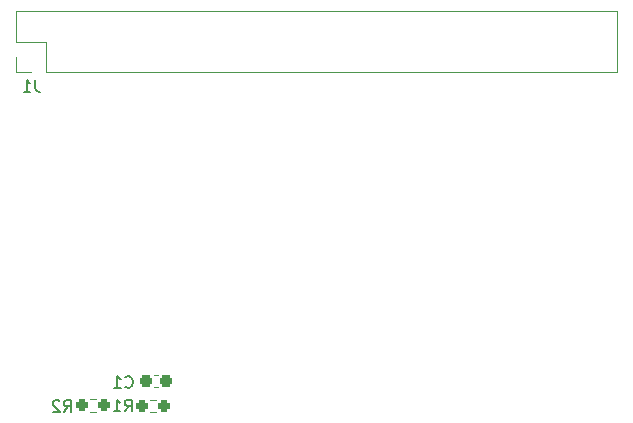
<source format=gbo>
G04 #@! TF.GenerationSoftware,KiCad,Pcbnew,6.0.7*
G04 #@! TF.CreationDate,2022-09-24T12:03:36-05:00*
G04 #@! TF.ProjectId,pi-hat,70692d68-6174-42e6-9b69-6361645f7063,rev?*
G04 #@! TF.SameCoordinates,Original*
G04 #@! TF.FileFunction,Legend,Bot*
G04 #@! TF.FilePolarity,Positive*
%FSLAX46Y46*%
G04 Gerber Fmt 4.6, Leading zero omitted, Abs format (unit mm)*
G04 Created by KiCad (PCBNEW 6.0.7) date 2022-09-24 12:03:36*
%MOMM*%
%LPD*%
G01*
G04 APERTURE LIST*
G04 Aperture macros list*
%AMRoundRect*
0 Rectangle with rounded corners*
0 $1 Rounding radius*
0 $2 $3 $4 $5 $6 $7 $8 $9 X,Y pos of 4 corners*
0 Add a 4 corners polygon primitive as box body*
4,1,4,$2,$3,$4,$5,$6,$7,$8,$9,$2,$3,0*
0 Add four circle primitives for the rounded corners*
1,1,$1+$1,$2,$3*
1,1,$1+$1,$4,$5*
1,1,$1+$1,$6,$7*
1,1,$1+$1,$8,$9*
0 Add four rect primitives between the rounded corners*
20,1,$1+$1,$2,$3,$4,$5,0*
20,1,$1+$1,$4,$5,$6,$7,0*
20,1,$1+$1,$6,$7,$8,$9,0*
20,1,$1+$1,$8,$9,$2,$3,0*%
G04 Aperture macros list end*
%ADD10C,0.150000*%
%ADD11C,0.120000*%
%ADD12C,2.700000*%
%ADD13C,3.200000*%
%ADD14R,1.500000X1.500000*%
%ADD15C,1.500000*%
%ADD16C,3.000000*%
%ADD17RoundRect,0.250001X0.499999X0.499999X-0.499999X0.499999X-0.499999X-0.499999X0.499999X-0.499999X0*%
%ADD18R,1.600000X2.400000*%
%ADD19O,1.600000X2.400000*%
%ADD20R,1.700000X1.700000*%
%ADD21O,1.700000X1.700000*%
%ADD22RoundRect,0.237500X-0.300000X-0.237500X0.300000X-0.237500X0.300000X0.237500X-0.300000X0.237500X0*%
%ADD23RoundRect,0.237500X0.250000X0.237500X-0.250000X0.237500X-0.250000X-0.237500X0.250000X-0.237500X0*%
G04 APERTURE END LIST*
D10*
X108703333Y-50722380D02*
X108703333Y-51436666D01*
X108750952Y-51579523D01*
X108846190Y-51674761D01*
X108989047Y-51722380D01*
X109084285Y-51722380D01*
X107703333Y-51722380D02*
X108274761Y-51722380D01*
X107989047Y-51722380D02*
X107989047Y-50722380D01*
X108084285Y-50865238D01*
X108179523Y-50960476D01*
X108274761Y-51008095D01*
X116316666Y-76707142D02*
X116364285Y-76754761D01*
X116507142Y-76802380D01*
X116602380Y-76802380D01*
X116745238Y-76754761D01*
X116840476Y-76659523D01*
X116888095Y-76564285D01*
X116935714Y-76373809D01*
X116935714Y-76230952D01*
X116888095Y-76040476D01*
X116840476Y-75945238D01*
X116745238Y-75850000D01*
X116602380Y-75802380D01*
X116507142Y-75802380D01*
X116364285Y-75850000D01*
X116316666Y-75897619D01*
X115364285Y-76802380D02*
X115935714Y-76802380D01*
X115650000Y-76802380D02*
X115650000Y-75802380D01*
X115745238Y-75945238D01*
X115840476Y-76040476D01*
X115935714Y-76088095D01*
X111116666Y-78852380D02*
X111450000Y-78376190D01*
X111688095Y-78852380D02*
X111688095Y-77852380D01*
X111307142Y-77852380D01*
X111211904Y-77900000D01*
X111164285Y-77947619D01*
X111116666Y-78042857D01*
X111116666Y-78185714D01*
X111164285Y-78280952D01*
X111211904Y-78328571D01*
X111307142Y-78376190D01*
X111688095Y-78376190D01*
X110735714Y-77947619D02*
X110688095Y-77900000D01*
X110592857Y-77852380D01*
X110354761Y-77852380D01*
X110259523Y-77900000D01*
X110211904Y-77947619D01*
X110164285Y-78042857D01*
X110164285Y-78138095D01*
X110211904Y-78280952D01*
X110783333Y-78852380D01*
X110164285Y-78852380D01*
X116266666Y-78802380D02*
X116600000Y-78326190D01*
X116838095Y-78802380D02*
X116838095Y-77802380D01*
X116457142Y-77802380D01*
X116361904Y-77850000D01*
X116314285Y-77897619D01*
X116266666Y-77992857D01*
X116266666Y-78135714D01*
X116314285Y-78230952D01*
X116361904Y-78278571D01*
X116457142Y-78326190D01*
X116838095Y-78326190D01*
X115314285Y-78802380D02*
X115885714Y-78802380D01*
X115600000Y-78802380D02*
X115600000Y-77802380D01*
X115695238Y-77945238D01*
X115790476Y-78040476D01*
X115885714Y-78088095D01*
D11*
X109640000Y-50100000D02*
X157960000Y-50100000D01*
X109640000Y-47500000D02*
X109640000Y-50100000D01*
X107040000Y-44900000D02*
X157960000Y-44900000D01*
X157960000Y-44900000D02*
X157960000Y-50100000D01*
X107040000Y-48770000D02*
X107040000Y-50100000D01*
X107040000Y-44900000D02*
X107040000Y-47500000D01*
X107040000Y-50100000D02*
X108370000Y-50100000D01*
X107040000Y-47500000D02*
X109640000Y-47500000D01*
X118753733Y-75740000D02*
X119046267Y-75740000D01*
X118753733Y-76760000D02*
X119046267Y-76760000D01*
X113854724Y-77777500D02*
X113345276Y-77777500D01*
X113854724Y-78822500D02*
X113345276Y-78822500D01*
X118904724Y-77827500D02*
X118395276Y-77827500D01*
X118904724Y-78872500D02*
X118395276Y-78872500D01*
%LPC*%
D12*
X161500000Y-47500000D03*
D13*
X110647500Y-95600000D03*
X122077500Y-95600000D03*
D14*
X111917500Y-89250000D03*
D15*
X113187500Y-86710000D03*
X114457500Y-89250000D03*
X115727500Y-86710000D03*
X116997500Y-89250000D03*
X118267500Y-86710000D03*
X119537500Y-89250000D03*
X120807500Y-86710000D03*
D16*
X152350000Y-97335000D03*
D17*
X153850000Y-93015000D03*
D15*
X150850000Y-93015000D03*
X153850000Y-90015000D03*
X150850000Y-90015000D03*
D12*
X103500000Y-96500000D03*
D18*
X119900000Y-73525000D03*
D19*
X117360000Y-73525000D03*
X114820000Y-73525000D03*
X112280000Y-73525000D03*
X112280000Y-81145000D03*
X114820000Y-81145000D03*
X117360000Y-81145000D03*
X119900000Y-81145000D03*
D12*
X103500000Y-47500000D03*
D16*
X137650000Y-97420000D03*
D17*
X139150000Y-93100000D03*
D15*
X136150000Y-93100000D03*
X139150000Y-90100000D03*
X136150000Y-90100000D03*
D12*
X161500000Y-96500000D03*
D20*
X108370000Y-48770000D03*
D21*
X108370000Y-46230000D03*
X110910000Y-48770000D03*
X110910000Y-46230000D03*
X113450000Y-48770000D03*
X113450000Y-46230000D03*
X115990000Y-48770000D03*
X115990000Y-46230000D03*
X118530000Y-48770000D03*
X118530000Y-46230000D03*
X121070000Y-48770000D03*
X121070000Y-46230000D03*
X123610000Y-48770000D03*
X123610000Y-46230000D03*
X126150000Y-48770000D03*
X126150000Y-46230000D03*
X128690000Y-48770000D03*
X128690000Y-46230000D03*
X131230000Y-48770000D03*
X131230000Y-46230000D03*
X133770000Y-48770000D03*
X133770000Y-46230000D03*
X136310000Y-48770000D03*
X136310000Y-46230000D03*
X138850000Y-48770000D03*
X138850000Y-46230000D03*
X141390000Y-48770000D03*
X141390000Y-46230000D03*
X143930000Y-48770000D03*
X143930000Y-46230000D03*
X146470000Y-48770000D03*
X146470000Y-46230000D03*
X149010000Y-48770000D03*
X149010000Y-46230000D03*
X151550000Y-48770000D03*
X151550000Y-46230000D03*
X154090000Y-48770000D03*
X154090000Y-46230000D03*
X156630000Y-48770000D03*
X156630000Y-46230000D03*
D22*
X118037500Y-76250000D03*
X119762500Y-76250000D03*
D23*
X114512500Y-78300000D03*
X112687500Y-78300000D03*
X119562500Y-78350000D03*
X117737500Y-78350000D03*
M02*

</source>
